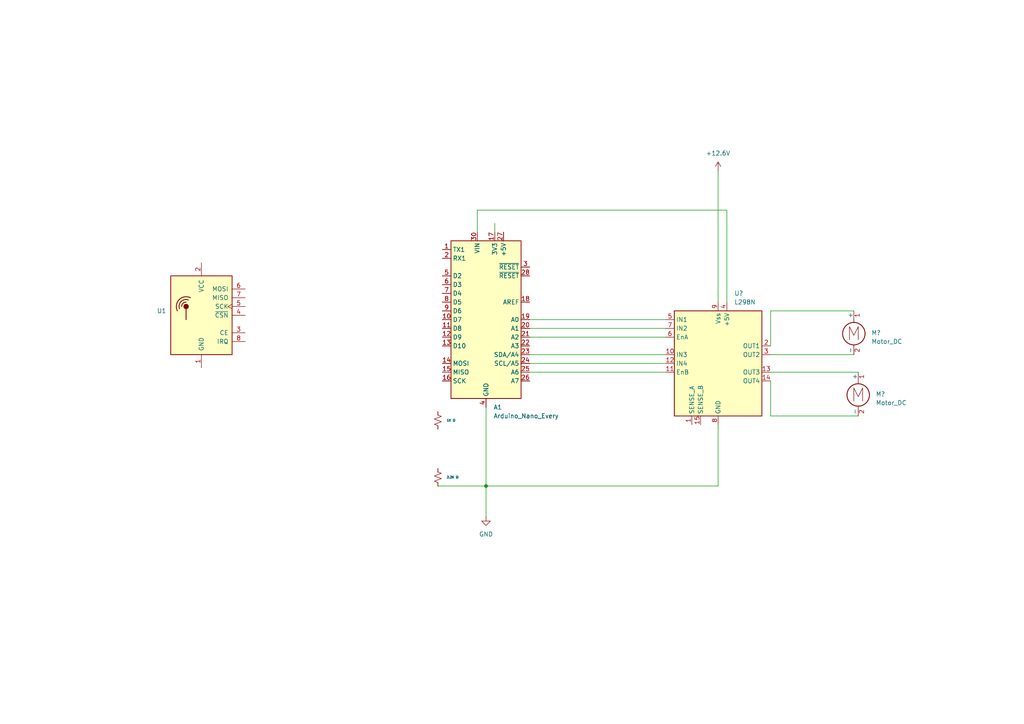
<source format=kicad_sch>
(kicad_sch (version 20250114) (generator "eeschema") (generator_version "9.0")
  (paper "A4")
  (lib_symbols
    (symbol "Device:R_Small_US" (pin_numbers (hide yes)) (pin_names (offset 0.254) (hide yes))
      (property "Reference" "R" (at 0.762 0.508 0))
      (property "Value" "R_Small_US" (at 0.762 -1.016 0))
      (symbol "R_Small_US_1_1"
        (polyline (pts (xy 0 1.524) (xy 1.016 1.143) (xy 0 0.762) (xy -1.016 0.381) (xy 0 0)))
        (polyline (pts (xy 0 0) (xy 1.016 -0.381) (xy 0 -0.762) (xy -1.016 -1.143) (xy 0 -1.524)))
        (pin passive line (at 0 2.54 270) (length 1.016) (name "~") (number "1"))
        (pin passive line (at 0 -2.54 90) (length 1.016) (name "~") (number "2"))
      )
    )
    (symbol "Driver_Motor:L298N"
      (property "Reference" "U3" (at 4.6833 20.32 0))
      (property "Value" "L298N" (at 4.6833 17.78 0))
      (symbol "L298N_0_1"
        (rectangle (start -12.7 15.24) (end 12.7 -15.24) (stroke (width 0.254)) (fill (type background)))
      )
      (symbol "L298N_1_1"
        (pin input line (at -15.24 12.7 0) (length 2.54) (name "IN1") (number "5"))
        (pin input line (at -15.24 10.16 0) (length 2.54) (name "IN2") (number "7"))
        (pin input line (at -15.24 7.62 0) (length 2.54) (name "EnA") (number "6"))
        (pin input line (at -15.24 2.54 0) (length 2.54) (name "IN3") (number "10"))
        (pin input line (at -15.24 0 0) (length 2.54) (name "IN4") (number "12"))
        (pin input line (at -15.24 -2.54 0) (length 2.54) (name "EnB") (number "11"))
        (pin input line (at -7.62 -17.78 90) (length 2.54) (name "SENSE_A") (number "1"))
        (pin input line (at -5.08 -17.78 90) (length 2.54) (name "SENSE_B") (number "15"))
        (pin power_in line (at 0 17.78 270) (length 2.54) (name "Vss") (number "9"))
        (pin power_in line (at 0 -17.78 90) (length 2.54) (name "GND") (number "8"))
        (pin power_in line (at 2.54 17.78 270) (length 2.54) (name "+5V") (number "4"))
        (pin output line (at 15.24 5.08 180) (length 2.54) (name "OUT1") (number "2"))
        (pin output line (at 15.24 2.54 180) (length 2.54) (name "OUT2") (number "3"))
        (pin output line (at 15.24 -2.54 180) (length 2.54) (name "OUT3") (number "13"))
        (pin output line (at 15.24 -5.08 180) (length 2.54) (name "OUT4") (number "14"))
      )
    )
    (symbol "MCU_Module:Arduino_Nano_Every"
      (property "Reference" "A" (at -10.16 23.495 0))
      (property "Value" "Arduino_Nano_Every" (at 5.08 -24.13 0))
      (symbol "Arduino_Nano_Every_0_1"
        (rectangle (start -10.16 22.86) (end 10.16 -22.86) (stroke (width 0.254)) (fill (type background)))
      )
      (symbol "Arduino_Nano_Every_1_1"
        (pin bidirectional line (at -12.7 20.32 0) (length 2.54) (name "TX1") (number "1"))
        (pin bidirectional line (at -12.7 17.78 0) (length 2.54) (name "RX1") (number "2"))
        (pin bidirectional line (at -12.7 12.7 0) (length 2.54) (name "D2") (number "5"))
        (pin bidirectional line (at -12.7 10.16 0) (length 2.54) (name "D3") (number "6"))
        (pin bidirectional line (at -12.7 7.62 0) (length 2.54) (name "D4") (number "7"))
        (pin bidirectional line (at -12.7 5.08 0) (length 2.54) (name "D5") (number "8"))
        (pin bidirectional line (at -12.7 2.54 0) (length 2.54) (name "D6") (number "9"))
        (pin bidirectional line (at -12.7 0 0) (length 2.54) (name "D7") (number "10"))
        (pin bidirectional line (at -12.7 -2.54 0) (length 2.54) (name "D8") (number "11"))
        (pin bidirectional line (at -12.7 -5.08 0) (length 2.54) (name "D9") (number "12"))
        (pin bidirectional line (at -12.7 -7.62 0) (length 2.54) (name "D10") (number "13"))
        (pin bidirectional line (at -12.7 -12.7 0) (length 2.54) (name "MOSI") (number "14"))
        (pin bidirectional line (at -12.7 -15.24 0) (length 2.54) (name "MISO") (number "15"))
        (pin bidirectional line (at -12.7 -17.78 0) (length 2.54) (name "SCK") (number "16"))
        (pin power_in line (at -2.54 25.4 270) (length 2.54) (name "VIN") (number "30"))
        (pin passive line (at 0 -25.4 90) (length 2.54) (hide yes) (name "GND") (number "29"))
        (pin power_in line (at 0 -25.4 90) (length 2.54) (name "GND") (number "4"))
        (pin power_out line (at 2.54 25.4 270) (length 2.54) (name "3V3") (number "17"))
        (pin power_out line (at 5.08 25.4 270) (length 2.54) (name "+5V") (number "27"))
        (pin input line (at 12.7 15.24 180) (length 2.54) (name "~{RESET}") (number "3"))
        (pin input line (at 12.7 12.7 180) (length 2.54) (name "~{RESET}") (number "28"))
        (pin input line (at 12.7 5.08 180) (length 2.54) (name "AREF") (number "18"))
        (pin bidirectional line (at 12.7 0 180) (length 2.54) (name "A0") (number "19"))
        (pin bidirectional line (at 12.7 -2.54 180) (length 2.54) (name "A1") (number "20"))
        (pin bidirectional line (at 12.7 -5.08 180) (length 2.54) (name "A2") (number "21"))
        (pin bidirectional line (at 12.7 -7.62 180) (length 2.54) (name "A3") (number "22"))
        (pin bidirectional line (at 12.7 -10.16 180) (length 2.54) (name "SDA/A4") (number "23"))
        (pin bidirectional line (at 12.7 -12.7 180) (length 2.54) (name "SCL/A5") (number "24"))
        (pin bidirectional line (at 12.7 -15.24 180) (length 2.54) (name "A6") (number "25"))
        (pin bidirectional line (at 12.7 -17.78 180) (length 2.54) (name "A7") (number "26"))
      )
    )
    (symbol "Motor:Motor_DC" (pin_names (offset 0))
      (property "Reference" "M" (at 2.54 2.54 0))
      (property "Value" "Motor_DC" (at 2.54 -5.08 0))
      (symbol "Motor_DC_0_0"
        (polyline (pts (xy -1.27 -3.302) (xy -1.27 0.508) (xy 0 -2.032) (xy 1.27 0.508) (xy 1.27 -3.302)))
      )
      (symbol "Motor_DC_0_1"
        (polyline (pts (xy 0 2.032) (xy 0 2.54)))
        (polyline (pts (xy 0 1.7272) (xy 0 2.0828)))
        (circle (center 0 -1.524) (radius 3.2512) (stroke (width 0.254)))
        (polyline (pts (xy 0 -4.7752) (xy 0 -5.1816)))
        (polyline (pts (xy 0 -7.62) (xy 0 -7.112)))
      )
      (symbol "Motor_DC_1_1"
        (pin passive line (at 0 5.08 270) (length 2.54) (name "+") (number "1"))
        (pin passive line (at 0 -7.62 90) (length 2.54) (name "-") (number "2"))
      )
    )
    (symbol "RF:NRF24L01_Breakout" (pin_names (offset 1.016))
      (property "Reference" "U" (at -8.89 12.7 0))
      (property "Value" "NRF24L01_Breakout" (at 3.81 12.7 0))
      (symbol "NRF24L01_Breakout_0_1"
        (rectangle (start -8.89 11.43) (end 8.89 -11.43) (stroke (width 0.254)) (fill (type background)))
        (arc (start 3.175 5.08) (mid 6.453 4.548) (end 6.985 1.27) (stroke (width 0.254)))
        (circle (center 4.445 2.54) (radius 0.635) (stroke (width 0.254)) (fill (type outline)))
        (polyline (pts (xy 4.445 1.905) (xy 4.445 -1.27)) (stroke (width 0.254)))
        (arc (start 3.81 4.445) (mid 5.8835 3.9785) (end 6.35 1.905) (stroke (width 0.254)))
        (arc (start 4.445 3.81) (mid 5.3558 3.4508) (end 5.715 2.54) (stroke (width 0.254)))
      )
      (symbol "NRF24L01_Breakout_1_1"
        (pin input line (at -12.7 7.62 0) (length 3.81) (name "MOSI") (number "6"))
        (pin output line (at -12.7 5.08 0) (length 3.81) (name "MISO") (number "7"))
        (pin input clock (at -12.7 2.54 0) (length 3.81) (name "SCK") (number "5"))
        (pin input line (at -12.7 0 0) (length 3.81) (name "~{CSN}") (number "4"))
        (pin input line (at -12.7 -5.08 0) (length 3.81) (name "CE") (number "3"))
        (pin output line (at -12.7 -7.62 0) (length 3.81) (name "IRQ") (number "8"))
        (pin power_in line (at 0 15.24 270) (length 3.81) (name "VCC") (number "2"))
        (pin power_in line (at 0 -15.24 90) (length 3.81) (name "GND") (number "1"))
      )
    )
    (symbol "power:+6V" (power) (pin_numbers (hide yes)) (pin_names (offset 0) (hide yes))
      (property "Value" "+6V" (at 0 3.556 0))
      (symbol "+6V_0_1"
        (polyline (pts (xy -0.762 1.27) (xy 0 2.54)))
        (polyline (pts (xy 0 2.54) (xy 0.762 1.27)))
        (polyline (pts (xy 0 0) (xy 0 2.54)))
      )
      (symbol "+6V_1_1"
        (pin power_in line (at 0 0 90) (length 0) (name "~") (number "1"))
      )
    )
    (symbol "power:GND" (power) (pin_numbers (hide yes)) (pin_names (offset 0) (hide yes))
      (property "Value" "GND" (at 0 -3.81 0))
      (symbol "GND_0_1"
        (polyline (pts (xy 0 0) (xy 0 -1.27) (xy 1.27 -1.27) (xy 0 -2.54) (xy -1.27 -1.27) (xy 0 -1.27)))
      )
      (symbol "GND_1_1"
        (pin power_in line (at 0 0 270) (length 0) (name "~") (number "1"))
      )
    )
  )
  (junction (at 140.97 140.97))
  (wire (pts (xy 223.52 102.87) (xy 247.65 102.87)))
  (wire (pts (xy 153.67 105.41) (xy 193.04 105.41)))
  (wire (pts (xy 138.43 67.31) (xy 138.43 60.96)))
  (wire (pts (xy 223.52 110.49) (xy 223.52 120.65)))
  (wire (pts (xy 208.28 123.19) (xy 208.28 140.97)))
  (wire (pts (xy 208.28 49.53) (xy 208.28 87.63)))
  (wire (pts (xy 140.97 118.11) (xy 140.97 140.97)))
  (wire (pts (xy 153.67 97.79) (xy 193.04 97.79)))
  (wire (pts (xy 223.52 120.65) (xy 248.92 120.65)))
  (wire (pts (xy 127 140.97) (xy 140.97 140.97)))
  (wire (pts (xy 138.43 60.96) (xy 210.82 60.96)))
  (wire (pts (xy 153.67 107.95) (xy 193.04 107.95)))
  (wire (pts (xy 223.52 107.95) (xy 248.92 107.95)))
  (wire (pts (xy 223.52 100.33) (xy 223.52 90.17)))
  (wire (pts (xy 153.67 102.87) (xy 193.04 102.87)))
  (wire (pts (xy 210.82 60.96) (xy 210.82 87.63)))
  (wire (pts (xy 140.97 149.86) (xy 140.97 140.97)))
  (wire (pts (xy 153.67 92.71) (xy 193.04 92.71)))
  (wire (pts (xy 143.51 67.31) (xy 143.51 64.77)))
  (wire (pts (xy 140.97 140.97) (xy 208.28 140.97)))
  (wire (pts (xy 223.52 90.17) (xy 247.65 90.17)))
  (wire (pts (xy 153.67 95.25) (xy 193.04 95.25)))
  (symbol (lib_id "RF:NRF24L01_Breakout") (at 58.42 91.44 0) (mirror y) (unit 1)
    (property "Reference" "U1" (at 48.26 90.1699 0) (effects (justify left)))
    (property "Value" "NRF24L01_Breakout" (effects (hide yes)))
    (property "Footprint" "RF_Module:nRF24L01_Breakout" (effects (hide yes)))
    (property "Datasheet" "http://www.nordicsemi.com/eng/content/download/2730/34105/file/nRF24L01_Product_Specification_v2_0.pdf" (effects (hide yes)))
    (property "Description" "Ultra low power 2.4GHz RF Transceiver, Carrier PCB" (effects (hide yes)))
  )
  (symbol (lib_id "MCU_Module:Arduino_Nano_Every") (at 140.97 92.71 0) (unit 1)
    (property "Reference" "A1" (at 143.1133 118.11 0) (effects (justify left)))
    (property "Value" "Arduino_Nano_Every" (at 143.1133 120.65 0) (effects (justify left)))
    (property "Footprint" "Module:Arduino_Nano" (effects (hide yes)))
    (property "Datasheet" "https://content.arduino.cc/assets/NANOEveryV3.0_sch.pdf" (effects (hide yes)))
    (property "Description" "Arduino Nano Every" (effects (hide yes)))
  )
  (symbol (lib_id "Device:R_Small_US") (at 127 121.92 0) (unit 1)
    (property "Reference" "R1" (effects (hide yes)))
    (property "Value" "2.2K Ω" (at 129.54 138.43 0) (effects (font (size 0.635 0.635)) (justify left)))
    (property "Description" "Resistor, small US symbol" (effects (hide yes)))
  )
  (symbol (lib_id "Motor:Motor_DC") (at 248.92 113.03 0) (unit 1)
    (property "Reference" "M?" (at 254 114.2999 0) (effects (justify left)))
    (property "Value" "Motor_DC" (at 254 116.8399 0) (effects (justify left)))
    (property "Description" "DC Motor" (effects (hide yes)))
  )
  (symbol (lib_id "Driver_Motor:L298N") (at 208.28 105.41 0) (unit 1)
    (property "Reference" "U?" (at 212.9633 85.09 0) (effects (justify left)))
    (property "Value" "L298N" (at 212.9633 87.63 0) (effects (justify left)))
    (property "Footprint" "Package_TO_SOT_THT:TO-220-15_P2.54x5.08mm_StaggerOdd_Lead4.58mm_Vertical" (effects (hide yes)))
    (property "Datasheet" "http://www.st.com/st-web-ui/static/active/en/resource/technical/document/datasheet/CD00000240.pdf" (effects (hide yes)))
    (property "Description" "Dual full bridge motor driver, up to 46V, 4A, Multiwatt15-V" (effects (hide yes)))
  )
  (symbol (lib_id "power:+6V") (at 208.28 49.53 0) (unit 1)
    (property "Reference" "#PWR?" (effects (hide yes)))
    (property "Value" "+12.6V" (at 208.28 44.45 0))
    (property "Description" "Power symbol creates a global label with name \"+6V\"" (effects (hide yes)))
  )
  (symbol (lib_id "power:GND") (at 140.97 149.86 0) (unit 1)
    (property "Reference" "#PWR03" (effects (hide yes)))
    (property "Value" "GND" (at 140.97 154.94 0))
    (property "Description" "Power symbol creates a global label with name \"GND\" , ground" (effects (hide yes)))
  )
  (symbol (lib_id "Motor:Motor_DC") (at 247.65 95.25 0) (unit 1)
    (property "Reference" "M?" (at 252.73 96.5199 0) (effects (justify left)))
    (property "Value" "Motor_DC" (at 252.73 99.0599 0) (effects (justify left)))
    (property "Description" "DC Motor" (effects (hide yes)))
  )
  (symbol (lib_id "Device:R_Small_US") (at 127 138.43 0) (unit 1)
    (property "Reference" "R2" (effects (hide yes)))
    (property "Value" "1K Ω" (at 129.54 121.92 0) (effects (font (size 0.635 0.635)) (justify left)))
    (property "Description" "Resistor, small US symbol" (effects (hide yes)))
  )
)
</source>
